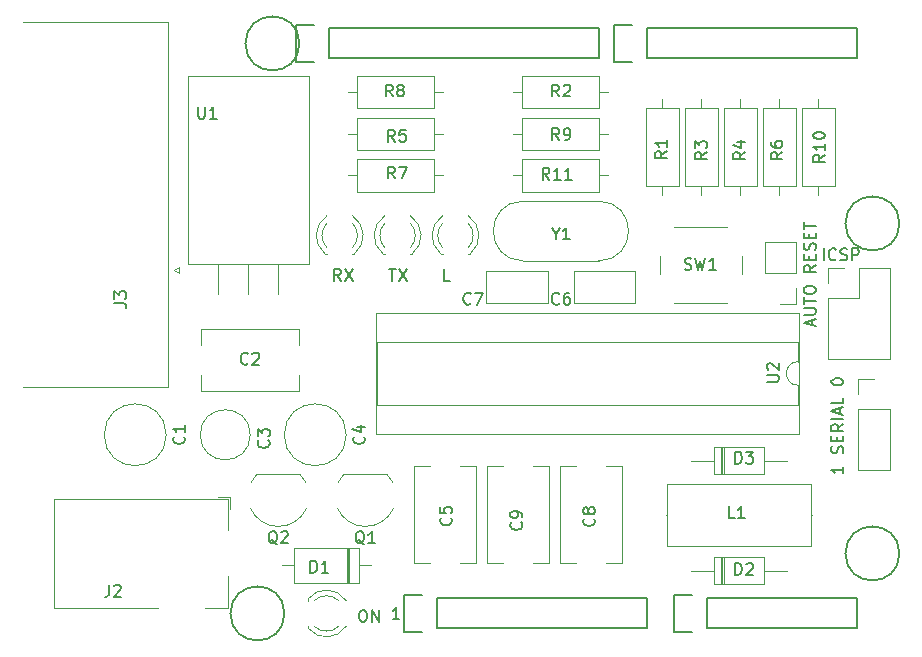
<source format=gbr>
G04 #@! TF.GenerationSoftware,KiCad,Pcbnew,(5.1.4)-1*
G04 #@! TF.CreationDate,2019-10-04T17:51:03+08:00*
G04 #@! TF.ProjectId,arduino-sss,61726475-696e-46f2-9d73-73732e6b6963,rev?*
G04 #@! TF.SameCoordinates,Original*
G04 #@! TF.FileFunction,Legend,Top*
G04 #@! TF.FilePolarity,Positive*
%FSLAX46Y46*%
G04 Gerber Fmt 4.6, Leading zero omitted, Abs format (unit mm)*
G04 Created by KiCad (PCBNEW (5.1.4)-1) date 2019-10-04 17:51:03*
%MOMM*%
%LPD*%
G04 APERTURE LIST*
%ADD10C,0.150000*%
%ADD11C,0.120000*%
G04 APERTURE END LIST*
D10*
X136983714Y-124317380D02*
X136412285Y-124317380D01*
X136698000Y-124317380D02*
X136698000Y-123317380D01*
X136602761Y-123460238D01*
X136507523Y-123555476D01*
X136412285Y-123603095D01*
D11*
X159555000Y-115506000D02*
X159615000Y-115506000D01*
X171915000Y-115506000D02*
X171855000Y-115506000D01*
X159615000Y-118126000D02*
X171855000Y-118126000D01*
X159615000Y-112886000D02*
X159615000Y-118126000D01*
X171855000Y-112886000D02*
X159615000Y-112886000D01*
X171855000Y-118126000D02*
X171855000Y-112886000D01*
X147458000Y-88916000D02*
G75*
G03X147458000Y-93966000I0J-2525000D01*
G01*
X153858000Y-88916000D02*
G75*
G02X153858000Y-93966000I0J-2525000D01*
G01*
X153858000Y-88916000D02*
X147458000Y-88916000D01*
X153858000Y-93966000D02*
X147458000Y-93966000D01*
X170808000Y-108645000D02*
X170808000Y-98365000D01*
X135008000Y-108645000D02*
X170808000Y-108645000D01*
X135008000Y-98365000D02*
X135008000Y-108645000D01*
X170808000Y-98365000D02*
X135008000Y-98365000D01*
X170748000Y-106155000D02*
X170748000Y-104505000D01*
X135068000Y-106155000D02*
X170748000Y-106155000D01*
X135068000Y-100855000D02*
X135068000Y-106155000D01*
X170748000Y-100855000D02*
X135068000Y-100855000D01*
X170748000Y-102505000D02*
X170748000Y-100855000D01*
X170748000Y-104505000D02*
G75*
G02X170748000Y-102505000I0J1000000D01*
G01*
X124421816Y-112733205D02*
G75*
G02X124946000Y-112006000I2324184J-1122795D01*
G01*
X124389600Y-114954807D02*
G75*
G03X126746000Y-116456000I2356400J1098807D01*
G01*
X129102400Y-114954807D02*
G75*
G02X126746000Y-116456000I-2356400J1098807D01*
G01*
X129070184Y-112733205D02*
G75*
G03X128546000Y-112006000I-2324184J-1122795D01*
G01*
X128546000Y-112006000D02*
X124946000Y-112006000D01*
X131787816Y-112733205D02*
G75*
G02X132312000Y-112006000I2324184J-1122795D01*
G01*
X131755600Y-114954807D02*
G75*
G03X134112000Y-116456000I2356400J1098807D01*
G01*
X136468400Y-114954807D02*
G75*
G02X134112000Y-116456000I-2356400J1098807D01*
G01*
X136436184Y-112733205D02*
G75*
G03X135912000Y-112006000I-2324184J-1122795D01*
G01*
X135912000Y-112006000D02*
X132312000Y-112006000D01*
X117891325Y-94742000D02*
X118324338Y-94492000D01*
X118324338Y-94992000D02*
X117891325Y-94742000D01*
X118324338Y-94492000D02*
X118324338Y-94992000D01*
X117430000Y-104687000D02*
X105090000Y-104687000D01*
X117430000Y-73717000D02*
X117430000Y-104687000D01*
X105090000Y-73717000D02*
X117430000Y-73717000D01*
X148290000Y-111320000D02*
X149654000Y-111320000D01*
X144414000Y-111320000D02*
X145778000Y-111320000D01*
X148290000Y-119560000D02*
X149654000Y-119560000D01*
X144414000Y-119560000D02*
X145778000Y-119560000D01*
X149654000Y-119560000D02*
X149654000Y-111320000D01*
X144414000Y-119560000D02*
X144414000Y-111320000D01*
X151970000Y-119560000D02*
X150606000Y-119560000D01*
X155846000Y-119560000D02*
X154482000Y-119560000D01*
X151970000Y-111320000D02*
X150606000Y-111320000D01*
X155846000Y-111320000D02*
X154482000Y-111320000D01*
X150606000Y-111320000D02*
X150606000Y-119560000D01*
X155846000Y-111320000D02*
X155846000Y-119560000D01*
X144339000Y-97572500D02*
X144339000Y-94832500D01*
X149579000Y-97572500D02*
X149579000Y-94832500D01*
X149579000Y-94832500D02*
X144339000Y-94832500D01*
X149579000Y-97572500D02*
X144339000Y-97572500D01*
X156968000Y-94832500D02*
X156968000Y-97572500D01*
X151728000Y-94832500D02*
X151728000Y-97572500D01*
X151728000Y-97572500D02*
X156968000Y-97572500D01*
X151728000Y-94832500D02*
X156968000Y-94832500D01*
X142099000Y-111320000D02*
X143463000Y-111320000D01*
X138223000Y-111320000D02*
X139587000Y-111320000D01*
X142099000Y-119560000D02*
X143463000Y-119560000D01*
X138223000Y-119560000D02*
X139587000Y-119560000D01*
X143463000Y-119560000D02*
X143463000Y-111320000D01*
X138223000Y-119560000D02*
X138223000Y-111320000D01*
X132478000Y-108696000D02*
G75*
G03X132478000Y-108696000I-2620000J0D01*
G01*
X124358000Y-108696000D02*
G75*
G03X124358000Y-108696000I-2120000J0D01*
G01*
X128456000Y-103618000D02*
X128456000Y-104982000D01*
X128456000Y-99742000D02*
X128456000Y-101106000D01*
X120216000Y-103618000D02*
X120216000Y-104982000D01*
X120216000Y-99742000D02*
X120216000Y-101106000D01*
X120216000Y-104982000D02*
X128456000Y-104982000D01*
X120216000Y-99742000D02*
X128456000Y-99742000D01*
X117238000Y-108696000D02*
G75*
G03X117238000Y-108696000I-2620000J0D01*
G01*
D10*
X140208000Y-125095000D02*
X157988000Y-125095000D01*
X157988000Y-125095000D02*
X157988000Y-122555000D01*
X157988000Y-122555000D02*
X140208000Y-122555000D01*
X137388000Y-125375000D02*
X138938000Y-125375000D01*
X140208000Y-125095000D02*
X140208000Y-122555000D01*
X138938000Y-122275000D02*
X137388000Y-122275000D01*
X137388000Y-122275000D02*
X137388000Y-125375000D01*
X163068000Y-125095000D02*
X175768000Y-125095000D01*
X175768000Y-125095000D02*
X175768000Y-122555000D01*
X175768000Y-122555000D02*
X163068000Y-122555000D01*
X160248000Y-125375000D02*
X161798000Y-125375000D01*
X163068000Y-125095000D02*
X163068000Y-122555000D01*
X161798000Y-122275000D02*
X160248000Y-122275000D01*
X160248000Y-122275000D02*
X160248000Y-125375000D01*
X131064000Y-76835000D02*
X153924000Y-76835000D01*
X153924000Y-76835000D02*
X153924000Y-74295000D01*
X153924000Y-74295000D02*
X131064000Y-74295000D01*
X128244000Y-77115000D02*
X129794000Y-77115000D01*
X131064000Y-76835000D02*
X131064000Y-74295000D01*
X129794000Y-74015000D02*
X128244000Y-74015000D01*
X128244000Y-74015000D02*
X128244000Y-77115000D01*
X157988000Y-76835000D02*
X175768000Y-76835000D01*
X175768000Y-76835000D02*
X175768000Y-74295000D01*
X175768000Y-74295000D02*
X157988000Y-74295000D01*
X155168000Y-77115000D02*
X156718000Y-77115000D01*
X157988000Y-76835000D02*
X157988000Y-74295000D01*
X156718000Y-74015000D02*
X155168000Y-74015000D01*
X155168000Y-74015000D02*
X155168000Y-77115000D01*
X127254000Y-123825000D02*
G75*
G03X127254000Y-123825000I-2286000J0D01*
G01*
X179324000Y-118745000D02*
G75*
G03X179324000Y-118745000I-2286000J0D01*
G01*
X128524000Y-75565000D02*
G75*
G03X128524000Y-75565000I-2286000J0D01*
G01*
X179324000Y-90805000D02*
G75*
G03X179324000Y-90805000I-2286000J0D01*
G01*
D11*
X132755000Y-121231000D02*
X132755000Y-118291000D01*
X132515000Y-121231000D02*
X132515000Y-118291000D01*
X132635000Y-121231000D02*
X132635000Y-118291000D01*
X127075000Y-119761000D02*
X128095000Y-119761000D01*
X134555000Y-119761000D02*
X133535000Y-119761000D01*
X128095000Y-121231000D02*
X133535000Y-121231000D01*
X128095000Y-118291000D02*
X128095000Y-121231000D01*
X133535000Y-118291000D02*
X128095000Y-118291000D01*
X133535000Y-121231000D02*
X133535000Y-118291000D01*
X164215000Y-119086000D02*
X164215000Y-121326000D01*
X164455000Y-119086000D02*
X164455000Y-121326000D01*
X164335000Y-119086000D02*
X164335000Y-121326000D01*
X169775000Y-120206000D02*
X167855000Y-120206000D01*
X161695000Y-120206000D02*
X163615000Y-120206000D01*
X167855000Y-119086000D02*
X163615000Y-119086000D01*
X167855000Y-121326000D02*
X167855000Y-119086000D01*
X163615000Y-121326000D02*
X167855000Y-121326000D01*
X163615000Y-119086000D02*
X163615000Y-121326000D01*
X163615000Y-109763000D02*
X163615000Y-112003000D01*
X163615000Y-112003000D02*
X167855000Y-112003000D01*
X167855000Y-112003000D02*
X167855000Y-109763000D01*
X167855000Y-109763000D02*
X163615000Y-109763000D01*
X161695000Y-110883000D02*
X163615000Y-110883000D01*
X169775000Y-110883000D02*
X167855000Y-110883000D01*
X164335000Y-109763000D02*
X164335000Y-112003000D01*
X164455000Y-109763000D02*
X164455000Y-112003000D01*
X164215000Y-109763000D02*
X164215000Y-112003000D01*
X137911837Y-90779870D02*
G75*
G02X137912000Y-92861961I-1079837J-1041130D01*
G01*
X135752163Y-90779870D02*
G75*
G03X135752000Y-92861961I1079837J-1041130D01*
G01*
X137910608Y-90148665D02*
G75*
G02X138067516Y-93381000I-1078608J-1672335D01*
G01*
X135753392Y-90148665D02*
G75*
G03X135596484Y-93381000I1078608J-1672335D01*
G01*
X137912000Y-93381000D02*
X138068000Y-93381000D01*
X135596000Y-93381000D02*
X135752000Y-93381000D01*
X133010837Y-90779870D02*
G75*
G02X133011000Y-92861961I-1079837J-1041130D01*
G01*
X130851163Y-90779870D02*
G75*
G03X130851000Y-92861961I1079837J-1041130D01*
G01*
X133009608Y-90148665D02*
G75*
G02X133166516Y-93381000I-1078608J-1672335D01*
G01*
X130852392Y-90148665D02*
G75*
G03X130695484Y-93381000I1078608J-1672335D01*
G01*
X133011000Y-93381000D02*
X133167000Y-93381000D01*
X130695000Y-93381000D02*
X130851000Y-93381000D01*
X129250000Y-122589000D02*
X129250000Y-122745000D01*
X129250000Y-124905000D02*
X129250000Y-125061000D01*
X132482335Y-122746392D02*
G75*
G03X129250000Y-122589484I-1672335J-1078608D01*
G01*
X132482335Y-124903608D02*
G75*
G02X129250000Y-125060516I-1672335J1078608D01*
G01*
X131851130Y-122745163D02*
G75*
G03X129769039Y-122745000I-1041130J-1079837D01*
G01*
X131851130Y-124904837D02*
G75*
G02X129769039Y-124905000I-1041130J1079837D01*
G01*
X140496000Y-93381000D02*
X140652000Y-93381000D01*
X142812000Y-93381000D02*
X142968000Y-93381000D01*
X140653392Y-90148665D02*
G75*
G03X140496484Y-93381000I1078608J-1672335D01*
G01*
X142810608Y-90148665D02*
G75*
G02X142967516Y-93381000I-1078608J-1672335D01*
G01*
X140652163Y-90779870D02*
G75*
G03X140652000Y-92861961I1079837J-1041130D01*
G01*
X142811837Y-90779870D02*
G75*
G02X142812000Y-92861961I-1079837J-1041130D01*
G01*
X175845000Y-111693000D02*
X178505000Y-111693000D01*
X175845000Y-106553000D02*
X175845000Y-111693000D01*
X178505000Y-106553000D02*
X178505000Y-111693000D01*
X175845000Y-106553000D02*
X178505000Y-106553000D01*
X175845000Y-105283000D02*
X175845000Y-103953000D01*
X175845000Y-103953000D02*
X177175000Y-103953000D01*
X122639000Y-114995000D02*
X122639000Y-113945000D01*
X121589000Y-113945000D02*
X122639000Y-113945000D01*
X116539000Y-123345000D02*
X107739000Y-123345000D01*
X107739000Y-123345000D02*
X107739000Y-114145000D01*
X122439000Y-120645000D02*
X122439000Y-123345000D01*
X122439000Y-123345000D02*
X120539000Y-123345000D01*
X107739000Y-114145000D02*
X122439000Y-114145000D01*
X122439000Y-114145000D02*
X122439000Y-116745000D01*
X170558000Y-92396000D02*
X167898000Y-92396000D01*
X170558000Y-94996000D02*
X170558000Y-92396000D01*
X167898000Y-94996000D02*
X167898000Y-92396000D01*
X170558000Y-94996000D02*
X167898000Y-94996000D01*
X170558000Y-96266000D02*
X170558000Y-97596000D01*
X170558000Y-97596000D02*
X169228000Y-97596000D01*
X173295000Y-102295000D02*
X178495000Y-102295000D01*
X173295000Y-97155000D02*
X173295000Y-102295000D01*
X178495000Y-94555000D02*
X178495000Y-102295000D01*
X173295000Y-97155000D02*
X175895000Y-97155000D01*
X175895000Y-97155000D02*
X175895000Y-94555000D01*
X175895000Y-94555000D02*
X178495000Y-94555000D01*
X173295000Y-95885000D02*
X173295000Y-94555000D01*
X173295000Y-94555000D02*
X174625000Y-94555000D01*
X157878000Y-87598000D02*
X160618000Y-87598000D01*
X160618000Y-87598000D02*
X160618000Y-81058000D01*
X160618000Y-81058000D02*
X157878000Y-81058000D01*
X157878000Y-81058000D02*
X157878000Y-87598000D01*
X159248000Y-88368000D02*
X159248000Y-87598000D01*
X159248000Y-80288000D02*
X159248000Y-81058000D01*
X147378000Y-78322500D02*
X147378000Y-81062500D01*
X147378000Y-81062500D02*
X153918000Y-81062500D01*
X153918000Y-81062500D02*
X153918000Y-78322500D01*
X153918000Y-78322500D02*
X147378000Y-78322500D01*
X146608000Y-79692500D02*
X147378000Y-79692500D01*
X154688000Y-79692500D02*
X153918000Y-79692500D01*
X161182000Y-87598000D02*
X163922000Y-87598000D01*
X163922000Y-87598000D02*
X163922000Y-81058000D01*
X163922000Y-81058000D02*
X161182000Y-81058000D01*
X161182000Y-81058000D02*
X161182000Y-87598000D01*
X162552000Y-88368000D02*
X162552000Y-87598000D01*
X162552000Y-80288000D02*
X162552000Y-81058000D01*
X165857000Y-88368000D02*
X165857000Y-87598000D01*
X165857000Y-80288000D02*
X165857000Y-81058000D01*
X167227000Y-87598000D02*
X167227000Y-81058000D01*
X164487000Y-87598000D02*
X167227000Y-87598000D01*
X164487000Y-81058000D02*
X164487000Y-87598000D01*
X167227000Y-81058000D02*
X164487000Y-81058000D01*
X140692000Y-83216800D02*
X139922000Y-83216800D01*
X132612000Y-83216800D02*
X133382000Y-83216800D01*
X139922000Y-81846800D02*
X133382000Y-81846800D01*
X139922000Y-84586800D02*
X139922000Y-81846800D01*
X133382000Y-84586800D02*
X139922000Y-84586800D01*
X133382000Y-81846800D02*
X133382000Y-84586800D01*
X169162000Y-88368000D02*
X169162000Y-87598000D01*
X169162000Y-80288000D02*
X169162000Y-81058000D01*
X170532000Y-87598000D02*
X170532000Y-81058000D01*
X167792000Y-87598000D02*
X170532000Y-87598000D01*
X167792000Y-81058000D02*
X167792000Y-87598000D01*
X170532000Y-81058000D02*
X167792000Y-81058000D01*
X133382000Y-85371000D02*
X133382000Y-88111000D01*
X133382000Y-88111000D02*
X139922000Y-88111000D01*
X139922000Y-88111000D02*
X139922000Y-85371000D01*
X139922000Y-85371000D02*
X133382000Y-85371000D01*
X132612000Y-86741000D02*
X133382000Y-86741000D01*
X140692000Y-86741000D02*
X139922000Y-86741000D01*
X140692000Y-79692500D02*
X139922000Y-79692500D01*
X132612000Y-79692500D02*
X133382000Y-79692500D01*
X139922000Y-78322500D02*
X133382000Y-78322500D01*
X139922000Y-81062500D02*
X139922000Y-78322500D01*
X133382000Y-81062500D02*
X139922000Y-81062500D01*
X133382000Y-78322500D02*
X133382000Y-81062500D01*
X147378000Y-81846800D02*
X147378000Y-84586800D01*
X147378000Y-84586800D02*
X153918000Y-84586800D01*
X153918000Y-84586800D02*
X153918000Y-81846800D01*
X153918000Y-81846800D02*
X147378000Y-81846800D01*
X146608000Y-83216800D02*
X147378000Y-83216800D01*
X154688000Y-83216800D02*
X153918000Y-83216800D01*
X173836000Y-81058000D02*
X171096000Y-81058000D01*
X171096000Y-81058000D02*
X171096000Y-87598000D01*
X171096000Y-87598000D02*
X173836000Y-87598000D01*
X173836000Y-87598000D02*
X173836000Y-81058000D01*
X172466000Y-80288000D02*
X172466000Y-81058000D01*
X172466000Y-88368000D02*
X172466000Y-87598000D01*
X154688000Y-86741000D02*
X153918000Y-86741000D01*
X146608000Y-86741000D02*
X147378000Y-86741000D01*
X153918000Y-85371000D02*
X147378000Y-85371000D01*
X153918000Y-88111000D02*
X153918000Y-85371000D01*
X147378000Y-88111000D02*
X153918000Y-88111000D01*
X147378000Y-85371000D02*
X147378000Y-88111000D01*
X160258000Y-97575000D02*
X164758000Y-97575000D01*
X159008000Y-93575000D02*
X159008000Y-95075000D01*
X164758000Y-91075000D02*
X160258000Y-91075000D01*
X166008000Y-95075000D02*
X166008000Y-93575000D01*
X119086000Y-94227000D02*
X129326000Y-94227000D01*
X119086000Y-78337000D02*
X129326000Y-78337000D01*
X119086000Y-78337000D02*
X119086000Y-94227000D01*
X129326000Y-78337000D02*
X129326000Y-94227000D01*
X121666000Y-94227000D02*
X121666000Y-96767000D01*
X124206000Y-94227000D02*
X124206000Y-96767000D01*
X126746000Y-94227000D02*
X126746000Y-96767000D01*
D10*
X165377833Y-115767880D02*
X164901642Y-115767880D01*
X164901642Y-114767880D01*
X166234976Y-115767880D02*
X165663547Y-115767880D01*
X165949261Y-115767880D02*
X165949261Y-114767880D01*
X165854023Y-114910738D01*
X165758785Y-115005976D01*
X165663547Y-115053595D01*
X150208809Y-91671190D02*
X150208809Y-92147380D01*
X149875476Y-91147380D02*
X150208809Y-91671190D01*
X150542142Y-91147380D01*
X151399285Y-92147380D02*
X150827857Y-92147380D01*
X151113571Y-92147380D02*
X151113571Y-91147380D01*
X151018333Y-91290238D01*
X150923095Y-91385476D01*
X150827857Y-91433095D01*
X168108380Y-104203404D02*
X168917904Y-104203404D01*
X169013142Y-104155785D01*
X169060761Y-104108166D01*
X169108380Y-104012928D01*
X169108380Y-103822452D01*
X169060761Y-103727214D01*
X169013142Y-103679595D01*
X168917904Y-103631976D01*
X168108380Y-103631976D01*
X168203619Y-103203404D02*
X168156000Y-103155785D01*
X168108380Y-103060547D01*
X168108380Y-102822452D01*
X168156000Y-102727214D01*
X168203619Y-102679595D01*
X168298857Y-102631976D01*
X168394095Y-102631976D01*
X168536952Y-102679595D01*
X169108380Y-103251023D01*
X169108380Y-102631976D01*
X126650761Y-117963619D02*
X126555523Y-117916000D01*
X126460285Y-117820761D01*
X126317428Y-117677904D01*
X126222190Y-117630285D01*
X126126952Y-117630285D01*
X126174571Y-117868380D02*
X126079333Y-117820761D01*
X125984095Y-117725523D01*
X125936476Y-117535047D01*
X125936476Y-117201714D01*
X125984095Y-117011238D01*
X126079333Y-116916000D01*
X126174571Y-116868380D01*
X126365047Y-116868380D01*
X126460285Y-116916000D01*
X126555523Y-117011238D01*
X126603142Y-117201714D01*
X126603142Y-117535047D01*
X126555523Y-117725523D01*
X126460285Y-117820761D01*
X126365047Y-117868380D01*
X126174571Y-117868380D01*
X126984095Y-116963619D02*
X127031714Y-116916000D01*
X127126952Y-116868380D01*
X127365047Y-116868380D01*
X127460285Y-116916000D01*
X127507904Y-116963619D01*
X127555523Y-117058857D01*
X127555523Y-117154095D01*
X127507904Y-117296952D01*
X126936476Y-117868380D01*
X127555523Y-117868380D01*
X134016761Y-117963619D02*
X133921523Y-117916000D01*
X133826285Y-117820761D01*
X133683428Y-117677904D01*
X133588190Y-117630285D01*
X133492952Y-117630285D01*
X133540571Y-117868380D02*
X133445333Y-117820761D01*
X133350095Y-117725523D01*
X133302476Y-117535047D01*
X133302476Y-117201714D01*
X133350095Y-117011238D01*
X133445333Y-116916000D01*
X133540571Y-116868380D01*
X133731047Y-116868380D01*
X133826285Y-116916000D01*
X133921523Y-117011238D01*
X133969142Y-117201714D01*
X133969142Y-117535047D01*
X133921523Y-117725523D01*
X133826285Y-117820761D01*
X133731047Y-117868380D01*
X133540571Y-117868380D01*
X134921523Y-117868380D02*
X134350095Y-117868380D01*
X134635809Y-117868380D02*
X134635809Y-116868380D01*
X134540571Y-117011238D01*
X134445333Y-117106476D01*
X134350095Y-117154095D01*
X112863380Y-97551833D02*
X113577666Y-97551833D01*
X113720523Y-97599452D01*
X113815761Y-97694690D01*
X113863380Y-97837547D01*
X113863380Y-97932785D01*
X112863380Y-97170880D02*
X112863380Y-96551833D01*
X113244333Y-96885166D01*
X113244333Y-96742309D01*
X113291952Y-96647071D01*
X113339571Y-96599452D01*
X113434809Y-96551833D01*
X113672904Y-96551833D01*
X113768142Y-96599452D01*
X113815761Y-96647071D01*
X113863380Y-96742309D01*
X113863380Y-97028023D01*
X113815761Y-97123261D01*
X113768142Y-97170880D01*
X147295892Y-116118166D02*
X147343511Y-116165785D01*
X147391130Y-116308642D01*
X147391130Y-116403880D01*
X147343511Y-116546738D01*
X147248273Y-116641976D01*
X147153035Y-116689595D01*
X146962559Y-116737214D01*
X146819702Y-116737214D01*
X146629226Y-116689595D01*
X146533988Y-116641976D01*
X146438750Y-116546738D01*
X146391130Y-116403880D01*
X146391130Y-116308642D01*
X146438750Y-116165785D01*
X146486369Y-116118166D01*
X147391130Y-115641976D02*
X147391130Y-115451500D01*
X147343511Y-115356261D01*
X147295892Y-115308642D01*
X147153035Y-115213404D01*
X146962559Y-115165785D01*
X146581607Y-115165785D01*
X146486369Y-115213404D01*
X146438750Y-115261023D01*
X146391130Y-115356261D01*
X146391130Y-115546738D01*
X146438750Y-115641976D01*
X146486369Y-115689595D01*
X146581607Y-115737214D01*
X146819702Y-115737214D01*
X146914940Y-115689595D01*
X146962559Y-115641976D01*
X147010178Y-115546738D01*
X147010178Y-115356261D01*
X146962559Y-115261023D01*
X146914940Y-115213404D01*
X146819702Y-115165785D01*
X153456142Y-115800666D02*
X153503761Y-115848285D01*
X153551380Y-115991142D01*
X153551380Y-116086380D01*
X153503761Y-116229238D01*
X153408523Y-116324476D01*
X153313285Y-116372095D01*
X153122809Y-116419714D01*
X152979952Y-116419714D01*
X152789476Y-116372095D01*
X152694238Y-116324476D01*
X152599000Y-116229238D01*
X152551380Y-116086380D01*
X152551380Y-115991142D01*
X152599000Y-115848285D01*
X152646619Y-115800666D01*
X152979952Y-115229238D02*
X152932333Y-115324476D01*
X152884714Y-115372095D01*
X152789476Y-115419714D01*
X152741857Y-115419714D01*
X152646619Y-115372095D01*
X152599000Y-115324476D01*
X152551380Y-115229238D01*
X152551380Y-115038761D01*
X152599000Y-114943523D01*
X152646619Y-114895904D01*
X152741857Y-114848285D01*
X152789476Y-114848285D01*
X152884714Y-114895904D01*
X152932333Y-114943523D01*
X152979952Y-115038761D01*
X152979952Y-115229238D01*
X153027571Y-115324476D01*
X153075190Y-115372095D01*
X153170428Y-115419714D01*
X153360904Y-115419714D01*
X153456142Y-115372095D01*
X153503761Y-115324476D01*
X153551380Y-115229238D01*
X153551380Y-115038761D01*
X153503761Y-114943523D01*
X153456142Y-114895904D01*
X153360904Y-114848285D01*
X153170428Y-114848285D01*
X153075190Y-114895904D01*
X153027571Y-114943523D01*
X152979952Y-115038761D01*
X143025833Y-97575642D02*
X142978214Y-97623261D01*
X142835357Y-97670880D01*
X142740119Y-97670880D01*
X142597261Y-97623261D01*
X142502023Y-97528023D01*
X142454404Y-97432785D01*
X142406785Y-97242309D01*
X142406785Y-97099452D01*
X142454404Y-96908976D01*
X142502023Y-96813738D01*
X142597261Y-96718500D01*
X142740119Y-96670880D01*
X142835357Y-96670880D01*
X142978214Y-96718500D01*
X143025833Y-96766119D01*
X143359166Y-96670880D02*
X144025833Y-96670880D01*
X143597261Y-97670880D01*
X150518333Y-97575642D02*
X150470714Y-97623261D01*
X150327857Y-97670880D01*
X150232619Y-97670880D01*
X150089761Y-97623261D01*
X149994523Y-97528023D01*
X149946904Y-97432785D01*
X149899285Y-97242309D01*
X149899285Y-97099452D01*
X149946904Y-96908976D01*
X149994523Y-96813738D01*
X150089761Y-96718500D01*
X150232619Y-96670880D01*
X150327857Y-96670880D01*
X150470714Y-96718500D01*
X150518333Y-96766119D01*
X151375476Y-96670880D02*
X151185000Y-96670880D01*
X151089761Y-96718500D01*
X151042142Y-96766119D01*
X150946904Y-96908976D01*
X150899285Y-97099452D01*
X150899285Y-97480404D01*
X150946904Y-97575642D01*
X150994523Y-97623261D01*
X151089761Y-97670880D01*
X151280238Y-97670880D01*
X151375476Y-97623261D01*
X151423095Y-97575642D01*
X151470714Y-97480404D01*
X151470714Y-97242309D01*
X151423095Y-97147071D01*
X151375476Y-97099452D01*
X151280238Y-97051833D01*
X151089761Y-97051833D01*
X150994523Y-97099452D01*
X150946904Y-97147071D01*
X150899285Y-97242309D01*
X141327142Y-115737166D02*
X141374761Y-115784785D01*
X141422380Y-115927642D01*
X141422380Y-116022880D01*
X141374761Y-116165738D01*
X141279523Y-116260976D01*
X141184285Y-116308595D01*
X140993809Y-116356214D01*
X140850952Y-116356214D01*
X140660476Y-116308595D01*
X140565238Y-116260976D01*
X140470000Y-116165738D01*
X140422380Y-116022880D01*
X140422380Y-115927642D01*
X140470000Y-115784785D01*
X140517619Y-115737166D01*
X140422380Y-114832404D02*
X140422380Y-115308595D01*
X140898571Y-115356214D01*
X140850952Y-115308595D01*
X140803333Y-115213357D01*
X140803333Y-114975261D01*
X140850952Y-114880023D01*
X140898571Y-114832404D01*
X140993809Y-114784785D01*
X141231904Y-114784785D01*
X141327142Y-114832404D01*
X141374761Y-114880023D01*
X141422380Y-114975261D01*
X141422380Y-115213357D01*
X141374761Y-115308595D01*
X141327142Y-115356214D01*
X133965142Y-108862666D02*
X134012761Y-108910285D01*
X134060380Y-109053142D01*
X134060380Y-109148380D01*
X134012761Y-109291238D01*
X133917523Y-109386476D01*
X133822285Y-109434095D01*
X133631809Y-109481714D01*
X133488952Y-109481714D01*
X133298476Y-109434095D01*
X133203238Y-109386476D01*
X133108000Y-109291238D01*
X133060380Y-109148380D01*
X133060380Y-109053142D01*
X133108000Y-108910285D01*
X133155619Y-108862666D01*
X133393714Y-108005523D02*
X134060380Y-108005523D01*
X133012761Y-108243619D02*
X133727047Y-108481714D01*
X133727047Y-107862666D01*
X125897142Y-109168166D02*
X125944761Y-109215785D01*
X125992380Y-109358642D01*
X125992380Y-109453880D01*
X125944761Y-109596738D01*
X125849523Y-109691976D01*
X125754285Y-109739595D01*
X125563809Y-109787214D01*
X125420952Y-109787214D01*
X125230476Y-109739595D01*
X125135238Y-109691976D01*
X125040000Y-109596738D01*
X124992380Y-109453880D01*
X124992380Y-109358642D01*
X125040000Y-109215785D01*
X125087619Y-109168166D01*
X124992380Y-108834833D02*
X124992380Y-108215785D01*
X125373333Y-108549119D01*
X125373333Y-108406261D01*
X125420952Y-108311023D01*
X125468571Y-108263404D01*
X125563809Y-108215785D01*
X125801904Y-108215785D01*
X125897142Y-108263404D01*
X125944761Y-108311023D01*
X125992380Y-108406261D01*
X125992380Y-108691976D01*
X125944761Y-108787214D01*
X125897142Y-108834833D01*
X124165833Y-102655642D02*
X124118214Y-102703261D01*
X123975357Y-102750880D01*
X123880119Y-102750880D01*
X123737261Y-102703261D01*
X123642023Y-102608023D01*
X123594404Y-102512785D01*
X123546785Y-102322309D01*
X123546785Y-102179452D01*
X123594404Y-101988976D01*
X123642023Y-101893738D01*
X123737261Y-101798500D01*
X123880119Y-101750880D01*
X123975357Y-101750880D01*
X124118214Y-101798500D01*
X124165833Y-101846119D01*
X124546785Y-101846119D02*
X124594404Y-101798500D01*
X124689642Y-101750880D01*
X124927738Y-101750880D01*
X125022976Y-101798500D01*
X125070595Y-101846119D01*
X125118214Y-101941357D01*
X125118214Y-102036595D01*
X125070595Y-102179452D01*
X124499166Y-102750880D01*
X125118214Y-102750880D01*
X118725142Y-108862666D02*
X118772761Y-108910285D01*
X118820380Y-109053142D01*
X118820380Y-109148380D01*
X118772761Y-109291238D01*
X118677523Y-109386476D01*
X118582285Y-109434095D01*
X118391809Y-109481714D01*
X118248952Y-109481714D01*
X118058476Y-109434095D01*
X117963238Y-109386476D01*
X117868000Y-109291238D01*
X117820380Y-109148380D01*
X117820380Y-109053142D01*
X117868000Y-108910285D01*
X117915619Y-108862666D01*
X118820380Y-107910285D02*
X118820380Y-108481714D01*
X118820380Y-108196000D02*
X117820380Y-108196000D01*
X117963238Y-108291238D01*
X118058476Y-108386476D01*
X118106095Y-108481714D01*
X129456904Y-120363380D02*
X129456904Y-119363380D01*
X129695000Y-119363380D01*
X129837857Y-119411000D01*
X129933095Y-119506238D01*
X129980714Y-119601476D01*
X130028333Y-119791952D01*
X130028333Y-119934809D01*
X129980714Y-120125285D01*
X129933095Y-120220523D01*
X129837857Y-120315761D01*
X129695000Y-120363380D01*
X129456904Y-120363380D01*
X130980714Y-120363380D02*
X130409285Y-120363380D01*
X130695000Y-120363380D02*
X130695000Y-119363380D01*
X130599761Y-119506238D01*
X130504523Y-119601476D01*
X130409285Y-119649095D01*
X165416904Y-120558380D02*
X165416904Y-119558380D01*
X165655000Y-119558380D01*
X165797857Y-119606000D01*
X165893095Y-119701238D01*
X165940714Y-119796476D01*
X165988333Y-119986952D01*
X165988333Y-120129809D01*
X165940714Y-120320285D01*
X165893095Y-120415523D01*
X165797857Y-120510761D01*
X165655000Y-120558380D01*
X165416904Y-120558380D01*
X166369285Y-119653619D02*
X166416904Y-119606000D01*
X166512142Y-119558380D01*
X166750238Y-119558380D01*
X166845476Y-119606000D01*
X166893095Y-119653619D01*
X166940714Y-119748857D01*
X166940714Y-119844095D01*
X166893095Y-119986952D01*
X166321666Y-120558380D01*
X166940714Y-120558380D01*
X165416904Y-111135380D02*
X165416904Y-110135380D01*
X165655000Y-110135380D01*
X165797857Y-110183000D01*
X165893095Y-110278238D01*
X165940714Y-110373476D01*
X165988333Y-110563952D01*
X165988333Y-110706809D01*
X165940714Y-110897285D01*
X165893095Y-110992523D01*
X165797857Y-111087761D01*
X165655000Y-111135380D01*
X165416904Y-111135380D01*
X166321666Y-110135380D02*
X166940714Y-110135380D01*
X166607380Y-110516333D01*
X166750238Y-110516333D01*
X166845476Y-110563952D01*
X166893095Y-110611571D01*
X166940714Y-110706809D01*
X166940714Y-110944904D01*
X166893095Y-111040142D01*
X166845476Y-111087761D01*
X166750238Y-111135380D01*
X166464523Y-111135380D01*
X166369285Y-111087761D01*
X166321666Y-111040142D01*
X136112809Y-94638880D02*
X136684237Y-94638880D01*
X136398523Y-95638880D02*
X136398523Y-94638880D01*
X136922333Y-94638880D02*
X137588999Y-95638880D01*
X137588999Y-94638880D02*
X136922333Y-95638880D01*
X132040333Y-95638880D02*
X131707000Y-95162690D01*
X131468904Y-95638880D02*
X131468904Y-94638880D01*
X131849857Y-94638880D01*
X131945095Y-94686500D01*
X131992714Y-94734119D01*
X132040333Y-94829357D01*
X132040333Y-94972214D01*
X131992714Y-95067452D01*
X131945095Y-95115071D01*
X131849857Y-95162690D01*
X131468904Y-95162690D01*
X132373666Y-94638880D02*
X133040333Y-95638880D01*
X133040333Y-94638880D02*
X132373666Y-95638880D01*
X133810452Y-123531380D02*
X134000928Y-123531380D01*
X134096166Y-123579000D01*
X134191404Y-123674238D01*
X134239023Y-123864714D01*
X134239023Y-124198047D01*
X134191404Y-124388523D01*
X134096166Y-124483761D01*
X134000928Y-124531380D01*
X133810452Y-124531380D01*
X133715214Y-124483761D01*
X133619976Y-124388523D01*
X133572357Y-124198047D01*
X133572357Y-123864714D01*
X133619976Y-123674238D01*
X133715214Y-123579000D01*
X133810452Y-123531380D01*
X134667595Y-124531380D02*
X134667595Y-123531380D01*
X135239023Y-124531380D01*
X135239023Y-123531380D01*
X141279523Y-95638880D02*
X140803333Y-95638880D01*
X140803333Y-94638880D01*
X174569380Y-111402380D02*
X174569380Y-111973809D01*
X174569380Y-111688095D02*
X173569380Y-111688095D01*
X173712238Y-111783333D01*
X173807476Y-111878571D01*
X173855095Y-111973809D01*
X174521761Y-110259523D02*
X174569380Y-110116666D01*
X174569380Y-109878571D01*
X174521761Y-109783333D01*
X174474142Y-109735714D01*
X174378904Y-109688095D01*
X174283666Y-109688095D01*
X174188428Y-109735714D01*
X174140809Y-109783333D01*
X174093190Y-109878571D01*
X174045571Y-110069047D01*
X173997952Y-110164285D01*
X173950333Y-110211904D01*
X173855095Y-110259523D01*
X173759857Y-110259523D01*
X173664619Y-110211904D01*
X173617000Y-110164285D01*
X173569380Y-110069047D01*
X173569380Y-109830952D01*
X173617000Y-109688095D01*
X174045571Y-109259523D02*
X174045571Y-108926190D01*
X174569380Y-108783333D02*
X174569380Y-109259523D01*
X173569380Y-109259523D01*
X173569380Y-108783333D01*
X174569380Y-107783333D02*
X174093190Y-108116666D01*
X174569380Y-108354761D02*
X173569380Y-108354761D01*
X173569380Y-107973809D01*
X173617000Y-107878571D01*
X173664619Y-107830952D01*
X173759857Y-107783333D01*
X173902714Y-107783333D01*
X173997952Y-107830952D01*
X174045571Y-107878571D01*
X174093190Y-107973809D01*
X174093190Y-108354761D01*
X174569380Y-107354761D02*
X173569380Y-107354761D01*
X174283666Y-106926190D02*
X174283666Y-106450000D01*
X174569380Y-107021428D02*
X173569380Y-106688095D01*
X174569380Y-106354761D01*
X174569380Y-105545238D02*
X174569380Y-106021428D01*
X173569380Y-106021428D01*
X173569380Y-104259523D02*
X173569380Y-104164285D01*
X173617000Y-104069047D01*
X173664619Y-104021428D01*
X173759857Y-103973809D01*
X173950333Y-103926190D01*
X174188428Y-103926190D01*
X174378904Y-103973809D01*
X174474142Y-104021428D01*
X174521761Y-104069047D01*
X174569380Y-104164285D01*
X174569380Y-104259523D01*
X174521761Y-104354761D01*
X174474142Y-104402380D01*
X174378904Y-104450000D01*
X174188428Y-104497619D01*
X173950333Y-104497619D01*
X173759857Y-104450000D01*
X173664619Y-104402380D01*
X173617000Y-104354761D01*
X173569380Y-104259523D01*
X112405666Y-121397380D02*
X112405666Y-122111666D01*
X112358047Y-122254523D01*
X112262809Y-122349761D01*
X112119952Y-122397380D01*
X112024714Y-122397380D01*
X112834238Y-121492619D02*
X112881857Y-121445000D01*
X112977095Y-121397380D01*
X113215190Y-121397380D01*
X113310428Y-121445000D01*
X113358047Y-121492619D01*
X113405666Y-121587857D01*
X113405666Y-121683095D01*
X113358047Y-121825952D01*
X112786619Y-122397380D01*
X113405666Y-122397380D01*
X171934666Y-99432523D02*
X171934666Y-98956333D01*
X172220380Y-99527761D02*
X171220380Y-99194428D01*
X172220380Y-98861095D01*
X171220380Y-98527761D02*
X172029904Y-98527761D01*
X172125142Y-98480142D01*
X172172761Y-98432523D01*
X172220380Y-98337285D01*
X172220380Y-98146809D01*
X172172761Y-98051571D01*
X172125142Y-98003952D01*
X172029904Y-97956333D01*
X171220380Y-97956333D01*
X171220380Y-97623000D02*
X171220380Y-97051571D01*
X172220380Y-97337285D02*
X171220380Y-97337285D01*
X171220380Y-96527761D02*
X171220380Y-96337285D01*
X171268000Y-96242047D01*
X171363238Y-96146809D01*
X171553714Y-96099190D01*
X171887047Y-96099190D01*
X172077523Y-96146809D01*
X172172761Y-96242047D01*
X172220380Y-96337285D01*
X172220380Y-96527761D01*
X172172761Y-96623000D01*
X172077523Y-96718238D01*
X171887047Y-96765857D01*
X171553714Y-96765857D01*
X171363238Y-96718238D01*
X171268000Y-96623000D01*
X171220380Y-96527761D01*
X172220380Y-94337285D02*
X171744190Y-94670619D01*
X172220380Y-94908714D02*
X171220380Y-94908714D01*
X171220380Y-94527761D01*
X171268000Y-94432523D01*
X171315619Y-94384904D01*
X171410857Y-94337285D01*
X171553714Y-94337285D01*
X171648952Y-94384904D01*
X171696571Y-94432523D01*
X171744190Y-94527761D01*
X171744190Y-94908714D01*
X171696571Y-93908714D02*
X171696571Y-93575380D01*
X172220380Y-93432523D02*
X172220380Y-93908714D01*
X171220380Y-93908714D01*
X171220380Y-93432523D01*
X172172761Y-93051571D02*
X172220380Y-92908714D01*
X172220380Y-92670619D01*
X172172761Y-92575380D01*
X172125142Y-92527761D01*
X172029904Y-92480142D01*
X171934666Y-92480142D01*
X171839428Y-92527761D01*
X171791809Y-92575380D01*
X171744190Y-92670619D01*
X171696571Y-92861095D01*
X171648952Y-92956333D01*
X171601333Y-93003952D01*
X171506095Y-93051571D01*
X171410857Y-93051571D01*
X171315619Y-93003952D01*
X171268000Y-92956333D01*
X171220380Y-92861095D01*
X171220380Y-92623000D01*
X171268000Y-92480142D01*
X171696571Y-92051571D02*
X171696571Y-91718238D01*
X172220380Y-91575380D02*
X172220380Y-92051571D01*
X171220380Y-92051571D01*
X171220380Y-91575380D01*
X171220380Y-91289666D02*
X171220380Y-90718238D01*
X172220380Y-91003952D02*
X171220380Y-91003952D01*
X172894809Y-93924380D02*
X172894809Y-92924380D01*
X173942428Y-93829142D02*
X173894809Y-93876761D01*
X173751952Y-93924380D01*
X173656714Y-93924380D01*
X173513857Y-93876761D01*
X173418619Y-93781523D01*
X173371000Y-93686285D01*
X173323380Y-93495809D01*
X173323380Y-93352952D01*
X173371000Y-93162476D01*
X173418619Y-93067238D01*
X173513857Y-92972000D01*
X173656714Y-92924380D01*
X173751952Y-92924380D01*
X173894809Y-92972000D01*
X173942428Y-93019619D01*
X174323380Y-93876761D02*
X174466238Y-93924380D01*
X174704333Y-93924380D01*
X174799571Y-93876761D01*
X174847190Y-93829142D01*
X174894809Y-93733904D01*
X174894809Y-93638666D01*
X174847190Y-93543428D01*
X174799571Y-93495809D01*
X174704333Y-93448190D01*
X174513857Y-93400571D01*
X174418619Y-93352952D01*
X174371000Y-93305333D01*
X174323380Y-93210095D01*
X174323380Y-93114857D01*
X174371000Y-93019619D01*
X174418619Y-92972000D01*
X174513857Y-92924380D01*
X174751952Y-92924380D01*
X174894809Y-92972000D01*
X175323380Y-93924380D02*
X175323380Y-92924380D01*
X175704333Y-92924380D01*
X175799571Y-92972000D01*
X175847190Y-93019619D01*
X175894809Y-93114857D01*
X175894809Y-93257714D01*
X175847190Y-93352952D01*
X175799571Y-93400571D01*
X175704333Y-93448190D01*
X175323380Y-93448190D01*
X159650380Y-84674666D02*
X159174190Y-85008000D01*
X159650380Y-85246095D02*
X158650380Y-85246095D01*
X158650380Y-84865142D01*
X158698000Y-84769904D01*
X158745619Y-84722285D01*
X158840857Y-84674666D01*
X158983714Y-84674666D01*
X159078952Y-84722285D01*
X159126571Y-84769904D01*
X159174190Y-84865142D01*
X159174190Y-85246095D01*
X159650380Y-83722285D02*
X159650380Y-84293714D01*
X159650380Y-84008000D02*
X158650380Y-84008000D01*
X158793238Y-84103238D01*
X158888476Y-84198476D01*
X158936095Y-84293714D01*
X150501333Y-80044880D02*
X150168000Y-79568690D01*
X149929904Y-80044880D02*
X149929904Y-79044880D01*
X150310857Y-79044880D01*
X150406095Y-79092500D01*
X150453714Y-79140119D01*
X150501333Y-79235357D01*
X150501333Y-79378214D01*
X150453714Y-79473452D01*
X150406095Y-79521071D01*
X150310857Y-79568690D01*
X149929904Y-79568690D01*
X150882285Y-79140119D02*
X150929904Y-79092500D01*
X151025142Y-79044880D01*
X151263238Y-79044880D01*
X151358476Y-79092500D01*
X151406095Y-79140119D01*
X151453714Y-79235357D01*
X151453714Y-79330595D01*
X151406095Y-79473452D01*
X150834666Y-80044880D01*
X151453714Y-80044880D01*
X163004380Y-84774666D02*
X162528190Y-85108000D01*
X163004380Y-85346095D02*
X162004380Y-85346095D01*
X162004380Y-84965142D01*
X162052000Y-84869904D01*
X162099619Y-84822285D01*
X162194857Y-84774666D01*
X162337714Y-84774666D01*
X162432952Y-84822285D01*
X162480571Y-84869904D01*
X162528190Y-84965142D01*
X162528190Y-85346095D01*
X162004380Y-84441333D02*
X162004380Y-83822285D01*
X162385333Y-84155619D01*
X162385333Y-84012761D01*
X162432952Y-83917523D01*
X162480571Y-83869904D01*
X162575809Y-83822285D01*
X162813904Y-83822285D01*
X162909142Y-83869904D01*
X162956761Y-83917523D01*
X163004380Y-84012761D01*
X163004380Y-84298476D01*
X162956761Y-84393714D01*
X162909142Y-84441333D01*
X166259380Y-84764666D02*
X165783190Y-85098000D01*
X166259380Y-85336095D02*
X165259380Y-85336095D01*
X165259380Y-84955142D01*
X165307000Y-84859904D01*
X165354619Y-84812285D01*
X165449857Y-84764666D01*
X165592714Y-84764666D01*
X165687952Y-84812285D01*
X165735571Y-84859904D01*
X165783190Y-84955142D01*
X165783190Y-85336095D01*
X165592714Y-83907523D02*
X166259380Y-83907523D01*
X165211761Y-84145619D02*
X165926047Y-84383714D01*
X165926047Y-83764666D01*
X136605333Y-83869180D02*
X136272000Y-83392990D01*
X136033904Y-83869180D02*
X136033904Y-82869180D01*
X136414857Y-82869180D01*
X136510095Y-82916800D01*
X136557714Y-82964419D01*
X136605333Y-83059657D01*
X136605333Y-83202514D01*
X136557714Y-83297752D01*
X136510095Y-83345371D01*
X136414857Y-83392990D01*
X136033904Y-83392990D01*
X137510095Y-82869180D02*
X137033904Y-82869180D01*
X136986285Y-83345371D01*
X137033904Y-83297752D01*
X137129142Y-83250133D01*
X137367238Y-83250133D01*
X137462476Y-83297752D01*
X137510095Y-83345371D01*
X137557714Y-83440609D01*
X137557714Y-83678704D01*
X137510095Y-83773942D01*
X137462476Y-83821561D01*
X137367238Y-83869180D01*
X137129142Y-83869180D01*
X137033904Y-83821561D01*
X136986285Y-83773942D01*
X169414380Y-84764666D02*
X168938190Y-85098000D01*
X169414380Y-85336095D02*
X168414380Y-85336095D01*
X168414380Y-84955142D01*
X168462000Y-84859904D01*
X168509619Y-84812285D01*
X168604857Y-84764666D01*
X168747714Y-84764666D01*
X168842952Y-84812285D01*
X168890571Y-84859904D01*
X168938190Y-84955142D01*
X168938190Y-85336095D01*
X168414380Y-83907523D02*
X168414380Y-84098000D01*
X168462000Y-84193238D01*
X168509619Y-84240857D01*
X168652476Y-84336095D01*
X168842952Y-84383714D01*
X169223904Y-84383714D01*
X169319142Y-84336095D01*
X169366761Y-84288476D01*
X169414380Y-84193238D01*
X169414380Y-84002761D01*
X169366761Y-83907523D01*
X169319142Y-83859904D01*
X169223904Y-83812285D01*
X168985809Y-83812285D01*
X168890571Y-83859904D01*
X168842952Y-83907523D01*
X168795333Y-84002761D01*
X168795333Y-84193238D01*
X168842952Y-84288476D01*
X168890571Y-84336095D01*
X168985809Y-84383714D01*
X136605333Y-86993380D02*
X136272000Y-86517190D01*
X136033904Y-86993380D02*
X136033904Y-85993380D01*
X136414857Y-85993380D01*
X136510095Y-86041000D01*
X136557714Y-86088619D01*
X136605333Y-86183857D01*
X136605333Y-86326714D01*
X136557714Y-86421952D01*
X136510095Y-86469571D01*
X136414857Y-86517190D01*
X136033904Y-86517190D01*
X136938666Y-85993380D02*
X137605333Y-85993380D01*
X137176761Y-86993380D01*
X136405333Y-80044880D02*
X136072000Y-79568690D01*
X135833904Y-80044880D02*
X135833904Y-79044880D01*
X136214857Y-79044880D01*
X136310095Y-79092500D01*
X136357714Y-79140119D01*
X136405333Y-79235357D01*
X136405333Y-79378214D01*
X136357714Y-79473452D01*
X136310095Y-79521071D01*
X136214857Y-79568690D01*
X135833904Y-79568690D01*
X136976761Y-79473452D02*
X136881523Y-79425833D01*
X136833904Y-79378214D01*
X136786285Y-79282976D01*
X136786285Y-79235357D01*
X136833904Y-79140119D01*
X136881523Y-79092500D01*
X136976761Y-79044880D01*
X137167238Y-79044880D01*
X137262476Y-79092500D01*
X137310095Y-79140119D01*
X137357714Y-79235357D01*
X137357714Y-79282976D01*
X137310095Y-79378214D01*
X137262476Y-79425833D01*
X137167238Y-79473452D01*
X136976761Y-79473452D01*
X136881523Y-79521071D01*
X136833904Y-79568690D01*
X136786285Y-79663928D01*
X136786285Y-79854404D01*
X136833904Y-79949642D01*
X136881523Y-79997261D01*
X136976761Y-80044880D01*
X137167238Y-80044880D01*
X137262476Y-79997261D01*
X137310095Y-79949642D01*
X137357714Y-79854404D01*
X137357714Y-79663928D01*
X137310095Y-79568690D01*
X137262476Y-79521071D01*
X137167238Y-79473452D01*
X150511333Y-83719180D02*
X150178000Y-83242990D01*
X149939904Y-83719180D02*
X149939904Y-82719180D01*
X150320857Y-82719180D01*
X150416095Y-82766800D01*
X150463714Y-82814419D01*
X150511333Y-82909657D01*
X150511333Y-83052514D01*
X150463714Y-83147752D01*
X150416095Y-83195371D01*
X150320857Y-83242990D01*
X149939904Y-83242990D01*
X150987523Y-83719180D02*
X151178000Y-83719180D01*
X151273238Y-83671561D01*
X151320857Y-83623942D01*
X151416095Y-83481085D01*
X151463714Y-83290609D01*
X151463714Y-82909657D01*
X151416095Y-82814419D01*
X151368476Y-82766800D01*
X151273238Y-82719180D01*
X151082761Y-82719180D01*
X150987523Y-82766800D01*
X150939904Y-82814419D01*
X150892285Y-82909657D01*
X150892285Y-83147752D01*
X150939904Y-83242990D01*
X150987523Y-83290609D01*
X151082761Y-83338228D01*
X151273238Y-83338228D01*
X151368476Y-83290609D01*
X151416095Y-83242990D01*
X151463714Y-83147752D01*
X173018380Y-84990857D02*
X172542190Y-85324190D01*
X173018380Y-85562285D02*
X172018380Y-85562285D01*
X172018380Y-85181333D01*
X172066000Y-85086095D01*
X172113619Y-85038476D01*
X172208857Y-84990857D01*
X172351714Y-84990857D01*
X172446952Y-85038476D01*
X172494571Y-85086095D01*
X172542190Y-85181333D01*
X172542190Y-85562285D01*
X173018380Y-84038476D02*
X173018380Y-84609904D01*
X173018380Y-84324190D02*
X172018380Y-84324190D01*
X172161238Y-84419428D01*
X172256476Y-84514666D01*
X172304095Y-84609904D01*
X172018380Y-83419428D02*
X172018380Y-83324190D01*
X172066000Y-83228952D01*
X172113619Y-83181333D01*
X172208857Y-83133714D01*
X172399333Y-83086095D01*
X172637428Y-83086095D01*
X172827904Y-83133714D01*
X172923142Y-83181333D01*
X172970761Y-83228952D01*
X173018380Y-83324190D01*
X173018380Y-83419428D01*
X172970761Y-83514666D01*
X172923142Y-83562285D01*
X172827904Y-83609904D01*
X172637428Y-83657523D01*
X172399333Y-83657523D01*
X172208857Y-83609904D01*
X172113619Y-83562285D01*
X172066000Y-83514666D01*
X172018380Y-83419428D01*
X149675142Y-87093380D02*
X149341809Y-86617190D01*
X149103714Y-87093380D02*
X149103714Y-86093380D01*
X149484666Y-86093380D01*
X149579904Y-86141000D01*
X149627523Y-86188619D01*
X149675142Y-86283857D01*
X149675142Y-86426714D01*
X149627523Y-86521952D01*
X149579904Y-86569571D01*
X149484666Y-86617190D01*
X149103714Y-86617190D01*
X150627523Y-87093380D02*
X150056095Y-87093380D01*
X150341809Y-87093380D02*
X150341809Y-86093380D01*
X150246571Y-86236238D01*
X150151333Y-86331476D01*
X150056095Y-86379095D01*
X151579904Y-87093380D02*
X151008476Y-87093380D01*
X151294190Y-87093380D02*
X151294190Y-86093380D01*
X151198952Y-86236238D01*
X151103714Y-86331476D01*
X151008476Y-86379095D01*
X161124666Y-94679761D02*
X161267523Y-94727380D01*
X161505619Y-94727380D01*
X161600857Y-94679761D01*
X161648476Y-94632142D01*
X161696095Y-94536904D01*
X161696095Y-94441666D01*
X161648476Y-94346428D01*
X161600857Y-94298809D01*
X161505619Y-94251190D01*
X161315142Y-94203571D01*
X161219904Y-94155952D01*
X161172285Y-94108333D01*
X161124666Y-94013095D01*
X161124666Y-93917857D01*
X161172285Y-93822619D01*
X161219904Y-93775000D01*
X161315142Y-93727380D01*
X161553238Y-93727380D01*
X161696095Y-93775000D01*
X162029428Y-93727380D02*
X162267523Y-94727380D01*
X162458000Y-94013095D01*
X162648476Y-94727380D01*
X162886571Y-93727380D01*
X163791333Y-94727380D02*
X163219904Y-94727380D01*
X163505619Y-94727380D02*
X163505619Y-93727380D01*
X163410380Y-93870238D01*
X163315142Y-93965476D01*
X163219904Y-94013095D01*
X119951595Y-80922880D02*
X119951595Y-81732404D01*
X119999214Y-81827642D01*
X120046833Y-81875261D01*
X120142071Y-81922880D01*
X120332547Y-81922880D01*
X120427785Y-81875261D01*
X120475404Y-81827642D01*
X120523023Y-81732404D01*
X120523023Y-80922880D01*
X121523023Y-81922880D02*
X120951595Y-81922880D01*
X121237309Y-81922880D02*
X121237309Y-80922880D01*
X121142071Y-81065738D01*
X121046833Y-81160976D01*
X120951595Y-81208595D01*
M02*

</source>
